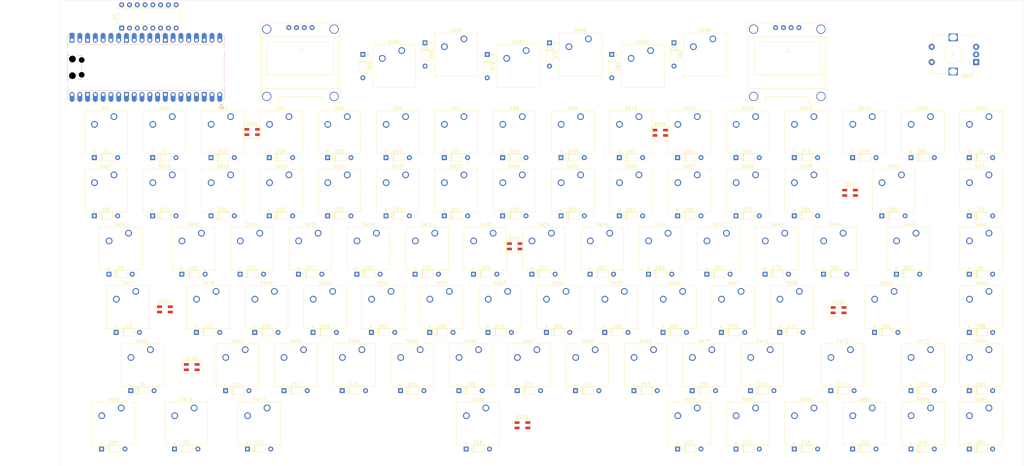
<source format=kicad_pcb>
(kicad_pcb (version 20241229) (generator "pcbnew") (generator_version "9.0")
  (layers (0 "F.Cu" signal) (2 "B.Cu" signal) (13 "F.Paste" user) (15 "B.Paste" user) (5 "F.SilkS" user "F.Silkscreen") (7 "B.SilkS" user "B.Silkscreen") (1 "F.Mask" user) (3 "B.Mask" user) (25 "Edge.Cuts" user))
  (net 0 "")
  (net 1 "Col12")
  (net 2 "Net-(A2-GPIO18)")
  (net 3 "Net-(A2-GPIO28_ADC2)")
  (net 4 "Col11")
  (net 5 "Col4")
  (net 6 "GND")
  (net 8 "Net-(A2-GPIO1)")
  (net 9 "Net-(A2-GPIO17)")
  (net 10 "Col15")
  (net 12 "Col7")
  (net 13 "Net-(A2-GPIO19)")
  (net 14 "Col10")
  (net 15 "Net-(A2-GPIO0)")
  (net 16 "Col16")
  (net 17 "Net-(A2-GPIO20)")
  (net 18 "Col5")
  (net 19 "Col6")
  (net 20 "+5V")
  (net 22 "Net-(A2-GPIO26_ADC0)")
  (net 23 "Col3")
  (net 24 "Net-(A2-GPIO22)")
  (net 26 "Net-(A2-3V3)")
  (net 27 "Net-(A2-GPIO2)")
  (net 28 "Col14")
  (net 29 "Net-(A2-GPIO8)")
  (net 30 "Col9")
  (net 32 "Col13")
  (net 33 "Net-(A2-GPIO27_ADC1)")
  (net 34 "Col8")
  (net 35 "Row1")
  (net 36 "Net-(D1-A)")
  (net 37 "Net-(D2-A)")
  (net 38 "Row2")
  (net 39 "Row3")
  (net 40 "Net-(D3-A)")
  (net 41 "Row4")
  (net 42 "Net-(D4-A)")
  (net 43 "Row5")
  (net 44 "Net-(D5-A)")
  (net 45 "Net-(D6-A)")
  (net 46 "Row6")
  (net 47 "Net-(D7-A)")
  (net 48 "Net-(D8-A)")
  (net 49 "Net-(D9-A)")
  (net 50 "Net-(D10-A)")
  (net 51 "Net-(D11-A)")
  (net 52 "Net-(D12-A)")
  (net 53 "Net-(D13-A)")
  (net 54 "Net-(D14-A)")
  (net 55 "Net-(D15-A)")
  (net 56 "Net-(D16-A)")
  (net 57 "Net-(D17-A)")
  (net 58 "Net-(D18-A)")
  (net 59 "Net-(D19-A)")
  (net 60 "Net-(D20-A)")
  (net 61 "Net-(D21-A)")
  (net 62 "Net-(D22-A)")
  (net 63 "Net-(D23-A)")
  (net 64 "Net-(D24-A)")
  (net 65 "Net-(D25-A)")
  (net 66 "Net-(D26-A)")
  (net 67 "Net-(D27-A)")
  (net 68 "Net-(D28-A)")
  (net 69 "Net-(D29-A)")
  (net 70 "Net-(D30-A)")
  (net 71 "Net-(D31-A)")
  (net 72 "Net-(D32-A)")
  (net 73 "Net-(D33-A)")
  (net 74 "Net-(D34-A)")
  (net 75 "Net-(D35-A)")
  (net 76 "Net-(D36-A)")
  (net 77 "Net-(D37-A)")
  (net 78 "Net-(D38-A)")
  (net 79 "Net-(D39-A)")
  (net 80 "Net-(D40-A)")
  (net 81 "Net-(D41-A)")
  (net 82 "Net-(D42-A)")
  (net 83 "Net-(D43-A)")
  (net 84 "Net-(D44-A)")
  (net 85 "Net-(D45-A)")
  (net 86 "Net-(D46-A)")
  (net 87 "Net-(D47-A)")
  (net 88 "Net-(D48-A)")
  (net 89 "Net-(D49-A)")
  (net 90 "Net-(D50-A)")
  (net 91 "Net-(D51-A)")
  (net 92 "Net-(D52-A)")
  (net 93 "Net-(D53-A)")
  (net 94 "Net-(D54-A)")
  (net 95 "Net-(D55-A)")
  (net 96 "Net-(D56-A)")
  (net 97 "Net-(D57-A)")
  (net 98 "Net-(D58-A)")
  (net 99 "Net-(D59-A)")
  (net 100 "Net-(D60-A)")
  (net 101 "Net-(D61-A)")
  (net 102 "Net-(D62-A)")
  (net 103 "Net-(D63-A)")
  (net 104 "Net-(D64-A)")
  (net 105 "Net-(D65-A)")
  (net 106 "Net-(D66-A)")
  (net 107 "Net-(D67-A)")
  (net 108 "Net-(D68-A)")
  (net 109 "Net-(D69-A)")
  (net 110 "Net-(D70-A)")
  (net 111 "Net-(D71-A)")
  (net 112 "Net-(D72-A)")
  (net 113 "Net-(D73-A)")
  (net 114 "Net-(D74-A)")
  (net 115 "Net-(D75-A)")
  (net 116 "Net-(D76-A)")
  (net 117 "Net-(D77-A)")
  (net 118 "Net-(D78-A)")
  (net 119 "Net-(D79-A)")
  (net 120 "Net-(D80-A)")
  (net 121 "Net-(D81-A)")
  (net 122 "Net-(D82-A)")
  (net 123 "Net-(D83-A)")
  (net 124 "Net-(D84-A)")
  (net 125 "Net-(D85-A)")
  (net 126 "Net-(D86-A)")
  (net 127 "Net-(D87-A)")
  (net 128 "Net-(D88-A)")
  (net 129 "Net-(D89-A)")
  (net 130 "Net-(D90-A)")
  (net 131 "Net-(D100-DOUT)")
  (net 133 "Net-(D100-DIN)")
  (net 134 "Net-(D101-DIN)")
  (net 135 "Net-(D102-DIN)")
  (net 136 "Net-(D103-DIN)")
  (net 137 "Net-(D104-DIN)")
  (net 138 "Net-(D105-DIN)")
  (net 139 "Col2")
  (net 140 "Col1")
  (footprint "Diode_THT:D_DO-35_SOD27_P7.62mm_Horizontal" (layer "F.Cu") (at 79.315 89.6)
    (property "Reference" "D21")
    (property "Value" "D")
  )
  (footprint "test:SW_Cherry_MX_1.00u_PCB" (layer "F.Cu") (at 261.9375 95.25)
    (property "Reference" "SW58")
    (property "Value" "SW_Push")
  )
  (footprint "Diode_THT:D_DO-35_SOD27_P7.62mm_Horizontal" (layer "F.Cu") (at 74.5525 127.7)
    (property "Reference" "D11")
    (property "Value" "D")
  )
  (footprint "test:SW_Cherry_MX_1.00u_PCB" (layer "F.Cu") (at 38.1 38.1)
    (property "Reference" "SW1")
    (property "Value" "SW_Push")
  )
  (footprint "Diode_THT:D_DO-35_SOD27_P7.62mm_Horizontal" (layer "F.Cu") (at 317.44 108.65)
    (property "Reference" "D88")
    (property "Value" "D")
  )
  (footprint "Diode_THT:D_DO-35_SOD27_P7.62mm_Horizontal" (layer "F.Cu") (at 107.89 70.55)
    (property "Reference" "D32")
    (property "Value" "D")
  )
  (footprint "test:SW_Cherry_MX_1.00u_PCB" (layer "F.Cu") (at 238.125 76.2)
    (property "Reference" "SW42")
    (property "Value" "SW_Push")
  )
  (footprint "test:SW_Cherry_MX_1.00u_PCB" (layer "F.Cu") (at 209.55 38.1)
    (property "Reference" "SW10")
    (property "Value" "SW_Push")
  )
  (footprint "test:SW_Cherry_MX_1.00u_PCB" (layer "F.Cu") (at 242.8875 95.25)
    (property "Reference" "SW57")
    (property "Value" "SW_Push")
  )
  (footprint "Diode_THT:D_DO-35_SOD27_P7.62mm_Horizontal" (layer "F.Cu") (at 36.4525 89.6)
    (property "Reference" "D9")
    (property "Value" "D")
  )
  (footprint "Diode_THT:D_DO-35_SOD27_P7.62mm_Horizontal" (layer "F.Cu") (at 50.74 51.5)
    (property "Reference" "D7")
    (property "Value" "D")
  )
  (footprint "Diode_THT:D_DO-35_SOD27_P7.62mm_Horizontal" (layer "F.Cu") (at 317.44 51.5)
    (property "Reference" "D2")
    (property "Value" "D")
  )
  (footprint "Diode_THT:D_DO-35_SOD27_P7.62mm_Horizontal" (layer "F.Cu") (at 174.565 89.6)
    (property "Reference" "D51")
    (property "Value" "D")
  )
  (footprint "test:SSD1306_0.96_Oled" (layer "F.Cu") (at 245 33.5)
    (property "Reference" "J1")
    (property "Value" "Conn_01x04_Pin")
  )
  (footprint "Diode_THT:D_DO-35_SOD27_P7.62mm_Horizontal" (layer "F.Cu") (at 131.7025 127.7)
    (property "Reference" "D29")
    (property "Value" "D")
  )
  (footprint "test:SW_Cherry_MX_1.00u_PCB" (layer "F.Cu") (at 95.25 57.15)
    (property "Reference" "SW20")
    (property "Value" "SW_Push")
  )
  (footprint "test:SW_Cherry_MX_1.00u_PCB" (layer "F.Cu") (at 223.8375 95.25)
    (property "Reference" "SW56")
    (property "Value" "SW_Push")
  )
  (footprint "Diode_THT:D_DO-35_SOD27_P7.62mm_Horizontal" (layer "F.Cu") (at 145.99 51.5)
    (property "Reference" "D37")
    (property "Value" "D")
  )
  (footprint "Diode_THT:D_DO-35_SOD27_P7.62mm_Horizontal" (layer "F.Cu") (at 241.24 70.55)
    (property "Reference" "D72")
    (property "Value" "D")
  )
  (footprint "Diode_THT:D_DO-35_SOD27_P7.62mm_Horizontal" (layer "F.Cu") (at 279.34 146.75)
    (property "Reference" "D42")
    (property "Value" "D")
  )
  (footprint "test:SW_Cherry_MX_1.00u_PCB" (layer "F.Cu") (at 171.45 38.1)
    (property "Reference" "SW8")
    (property "Value" "SW_Push")
  )
  (footprint "test:SW_Cherry_MX_1.00u_PCB" (layer "F.Cu") (at 285.75 38.1)
    (property "Reference" "SW14")
    (property "Value" "SW_Push")
  )
  (footprint "test:SW_Cherry_MX_1.00u_PCB" (layer "F.Cu") (at 142.875 76.2)
    (property "Reference" "SW37")
    (property "Value" "SW_Push")
  )
  (footprint "LED_SMD:LED_SK6812MINI_PLCC4_3.5x3.5mm_P1.75mm" (layer "F.Cu") (at 83.25 43.125)
    (property "Reference" "D101")
    (property "Value" "SK6812MINI")
  )
  (footprint "Diode_THT:D_DO-35_SOD27_P7.62mm_Horizontal" (layer "F.Cu") (at 241.24 146.75)
    (property "Reference" "D30")
    (property "Value" "D")
  )
  (footprint "Diode_THT:D_DO-35_SOD27_P7.62mm_Horizontal" (layer "F.Cu") (at 155.515 89.6)
    (property "Reference" "D45")
    (property "Value" "D")
  )
  (footprint "test:SW_Cherry_MX_1.00u_PCB" (layer "F.Cu") (at 50.00625 114.3)
    (property "Reference" "SW61")
    (property "Value" "SW_Push")
  )
  (footprint "test:SW_Cherry_MX_1.00u_PCB" (layer "F.Cu") (at 323.85 76.2)
    (property "Reference" "SW46")
    (property "Value" "SW_Push")
  )
  (footprint "Diode_THT:D_DO-35_SOD27_P7.62mm_Horizontal" (layer "F.Cu") (at 272.19625 127.7)
    (property "Reference" "D77")
    (property "Value" "D")
  )
  (footprint "Diode_THT:D_DO-35_SOD27_P7.62mm_Horizontal" (layer "F.Cu") (at 317.44 146.75)
    (property "Reference" "D54")
    (property "Value" "D")
  )
  (footprint "test:RotaryEncoder_Alps_EC12E-Switch_Vertical_H20mm" (layer "F.Cu") (at 319.67 20.28 180)
    (property "Reference" "SW97")
    (property "Value" "RotaryEncoder_Switch")
  )
  (footprint "test:SW_Cherry_MX_1.00u_PCB" (layer "F.Cu") (at 132.08 16.51)
    (property "Reference" "SW85")
    (property "Value" "SW_Push")
  )
  (footprint "Diode_THT:D_DO-35_SOD27_P7.62mm_Horizontal" (layer "F.Cu") (at 69.79 51.5)
    (property "Reference" "D13")
    (property "Value" "D")
  )
  (footprint "test:SW_Cherry_MX_1.00u_PCB" (layer "F.Cu") (at 166.6875 95.25)
    (property "Reference" "SW53")
    (property "Value" "SW_Push")
  )
  (footprint "test:SW_Cherry_MX_1.00u_PCB" (layer "F.Cu") (at 304.8 133.35)
    (property "Reference" "SW83")
    (property "Value" "SW_Push")
  )
  (footprint "Diode_THT:D_DO-35_SOD27_P7.62mm_Horizontal" (layer "F.Cu") (at 126.94 70.55)
    (property "Reference" "D38")
    (property "Value" "D")
  )
  (footprint "Diode_THT:D_DO-35_SOD27_P7.62mm_Horizontal" (layer "F.Cu") (at 222.19 146.75)
    (property "Reference" "D24")
    (property "Value" "D")
  )
  (footprint "Diode_THT:D_DO-35_SOD27_P7.62mm_Horizontal" (layer "F.Cu") (at 31.69 51.5)
    (property "Reference" "D1")
    (property "Value" "D")
  )
  (footprint "Diode_THT:D_DO-35_SOD27_P7.62mm_Horizontal" (layer "F.Cu") (at 203.14 70.55)
    (property "Reference" "D62")
    (property "Value" "D")
  )
  (footprint "Diode_THT:D_DO-35_SOD27_P7.62mm_Horizontal" (layer "F.Cu") (at 207.9025 127.7)
    (property "Reference" "D53")
    (property "Value" "D")
  )
  (footprint "test:SW_Cherry_MX_1.00u_PCB" (layer "F.Cu") (at 266.7 57.15)
    (property "Reference" "SW29")
    (property "Value" "SW_Push")
  )
  (footprint "test:SW_Cherry_MX_1.00u_PCB" (layer "F.Cu") (at 114.3 38.1)
    (property "Reference" "SW5")
    (property "Value" "SW_Push")
  )
  (footprint "Diode_THT:D_DO-35_SOD27_P7.62mm_Horizontal" (layer "F.Cu") (at 260.29 70.55)
    (property "Reference" "D80")
    (property "Value" "D")
  )
  (footprint "test:SW_Cherry_MX_1.00u_PCB" (layer "F.Cu") (at 214.3125 114.3)
    (property "Reference" "SW69")
    (property "Value" "SW_Push")
  )
  (footprint "test:SW_Cherry_MX_1.00u_PCB" (layer "F.Cu") (at 45.24375 95.25)
    (property "Reference" "SW47")
    (property "Value" "SW_Push")
  )
  (footprint "Diode_THT:D_DO-35_SOD27_P7.62mm_Horizontal" (layer "F.Cu") (at 184.09 51.5)
    (property "Reference" "D49")
    (property "Value" "D")
  )
  (footprint "Diode_THT:D_DO-35_SOD27_P7.62mm_Horizontal" (layer "F.Cu") (at 165.04 70.55)
    (property "Reference" "D50")
    (property "Value" "D")
  )
  (footprint "Diode_THT:D_DO-35_SOD27_P7.62mm_Horizontal" (layer "F.Cu") (at 286.48375 108.65)
    (property "Reference" "D82")
    (property "Value" "D")
  )
  (footprint "test:SW_Cherry_MX_1.00u_PCB" (layer "F.Cu") (at 228.6 133.35)
    (property "Reference" "SW79")
    (property "Value" "SW_Push")
  )
  (footprint "Diode_THT:D_DO-35_SOD27_P7.62mm_Horizontal" (layer "F.Cu") (at 98.365 89.6)
    (property "Reference" "D27")
    (property "Value" "D")
  )
  (footprint "Diode_THT:D_DO-35_SOD27_P7.62mm_Horizontal" (layer "F.Cu") (at 260.29 51.5)
    (property "Reference" "D71")
    (property "Value" "D")
  )
  (footprint "Diode_THT:D_DO-35_SOD27_P7.62mm_Horizontal" (layer "F.Cu") (at 88.84 70.55)
    (property "Reference" "D26")
    (property "Value" "D")
  )
  (footprint "Diode_THT:D_DO-35_SOD27_P7.62mm_Horizontal" (layer "F.Cu") (at 145.99 70.55)
    (property "Reference" "D44")
    (property "Value" "D")
  )
  (footprint "test:SW_Cherry_MX_1.00u_PCB" (layer "F.Cu") (at 88.10625 133.35)
    (property "Reference" "SW77")
    (property "Value" "SW_Push")
  )
  (footprint "Diode_THT:D_DO-35_SOD27_P7.62mm_Horizontal" (layer "F.Cu") (at 153.13375 146.75)
    (property "Reference" "D18")
    (property "Value" "D")
  )
  (footprint "test:SW_Cherry_MX_1.00u_PCB" (layer "F.Cu") (at 323.85 57.15)
    (property "Reference" "SW31")
    (property "Value" "SW_Push")
  )
  (footprint "test:SW_Cherry_MX_1.00u_PCB" (layer "F.Cu") (at 247.65 133.35)
    (property "Reference" "SW80")
    (property "Value" "SW_Push")
  )
  (footprint "test:SW_Cherry_MX_1.00u_PCB" (layer "F.Cu") (at 195.2625 114.3)
    (property "Reference" "SW68")
    (property "Value" "SW_Push")
  )
  (footprint "Diode_THT:D_DO-35_SOD27_P7.62mm_Horizontal" (layer "F.Cu") (at 246.0025 127.7)
    (property "Reference" "D65")
    (property "Value" "D")
  )
  (footprint "test:SW_Cherry_MX_1.00u_PCB" (layer "F.Cu") (at 213.36 16.51)
    (property "Reference" "SW89")
    (property "Value" "SW_Push")
  )
  (footprint "test:SW_Cherry_MX_1.00u_PCB" (layer "F.Cu") (at 323.85 38.1)
    (property "Reference" "SW16")
    (property "Value" "SW_Push")
  )
  (footprint "test:SW_Cherry_MX_1.00u_PCB" (layer "F.Cu") (at 304.8 38.1)
    (property "Reference" "SW15")
    (property "Value" "SW_Push")
  )
  (footprint "Diode_THT:D_DO-35_SOD27_P7.62mm_Horizontal" (layer "F.Cu") (at 279.34 51.5)
    (property "Reference" "D79")
    (property "Value" "D")
  )
  (footprint "LED_SMD:LED_SK6812MINI_PLCC4_3.5x3.5mm_P1.75mm" (layer "F.Cu") (at 169 80.5)
    (property "Reference" "D104")
    (property "Value" "SK6812MINI")
  )
  (footprint "test:SW_Cherry_MX_1.00u_PCB" (layer "F.Cu") (at 304.8 114.3)
    (property "Reference" "SW73")
    (property "Value" "SW_Push")
  )
  (footprint "test:SW_Cherry_MX_1.00u_PCB" (layer "F.Cu") (at 300.0375 76.2)
    (property "Reference" "SW45")
    (property "Value" "SW_Push")
  )
  (footprint "test:SSD1306_0.96_Oled" (layer "F.Cu") (at 86 33.5)
    (property "Reference" "J2")
    (property "Value" "Conn_01x04_Pin")
  )
  (footprint "Diode_THT:D_DO-35_SOD27_P7.62mm_Horizontal" (layer "F.Cu") (at 31.69 70.55)
    (property "Reference" "D8")
    (property "Value" "D")
  )
  (footprint "LED_SMD:LED_SK6812MINI_PLCC4_3.5x3.5mm_P1.75mm" (layer "F.Cu") (at 171.5 139)
    (property "Reference" "D105")
    (property "Value" "SK6812MINI")
  )
  (footprint "Diode_THT:D_DO-35_SOD27_P7.62mm_Horizontal" (layer "F.Cu") (at 269.815 89.6)
    (property "Reference" "D81")
    (property "Value" "D")
  )
  (footprint "Diode_THT:D_DO-35_SOD27_P7.62mm_Horizontal" (layer "F.Cu") (at 169.8025 127.7)
    (property "Reference" "D41")
    (property "Value" "D")
  )
  (footprint "test:SW_Cherry_MX_1.00u_PCB" (layer "F.Cu") (at 200.025 76.2)
    (property "Reference" "SW40")
    (property "Value" "SW_Push")
  )
  (footprint "test:SW_Cherry_MX_1.00u_PCB" (layer "F.Cu") (at 152.4 12.7)
    (property "Reference" "SW86")
    (property "Value" "SW_Push")
  )
  (footprint "Diode_THT:D_DO-35_SOD27_P7.62mm_Horizontal" (layer "F.Cu") (at 81.69625 146.75)
    (property "Reference" "D12")
    (property "Value" "D")
  )
  (footprint "test:SW_Cherry_MX_1.00u_PCB" (layer "F.Cu") (at 257.175 76.2)
    (property "Reference" "SW43")
    (property "Value" "SW_Push")
  )
  (footprint "test:SW_Cherry_MX_1.00u_PCB" (layer "F.Cu") (at 109.5375 95.25)
    (property "Reference" "SW50")
    (property "Value" "SW_Push")
  )
  (footprint "Diode_THT:D_DO-35_SOD27_P7.62mm_Horizontal" (layer "F.Cu") (at 150.7525 127.7)
    (property "Reference" "D35")
    (property "Value" "D")
  )
  (footprint "Diode_THT:D_DO-35_SOD27_P7.62mm_Horizontal" (layer "F.Cu") (at 298.39 146.75)
    (property "Reference" "D48")
    (property "Value" "D")
  )
  (footprint "Diode_THT:D_DO-35_SOD27_P7.62mm_Horizontal" (layer "F.Cu") (at 180.34 13.97 -90)
    (property "Reference" "D76")
    (property "Value" "D")
  )
  (footprint "test:SW_Cherry_MX_1.00u_PCB" (layer "F.Cu") (at 193.04 12.7)
    (property "Reference" "SW88")
    (property "Value" "SW_Push")
  )
  (footprint "test:SW_Cherry_MX_1.00u_PCB" (layer "F.Cu") (at 278.60625 114.3)
    (property "Reference" "SW72")
    (property "Value" "SW_Push")
  )
  (footprint "test:SW_Cherry_MX_1.00u_PCB" (layer "F.Cu") (at 233.3625 114.3)
    (property "Reference" "SW70")
    (property "Value" "SW_Push")
  )
  (footprint "Diode_THT:D_DO-35_SOD27_P7.62mm_Horizontal" (layer "F.Cu") (at 107.89 51.5)
    (property "Reference" "D25")
    (property "Value" "D")
  )
  (footprint "test:SW_Cherry_MX_1.00u_PCB" (layer "F.Cu") (at 152.4 57.15)
    (property "Reference" "SW23")
    (property "Value" "SW_Push")
  )
  (footprint "test:SW_Cherry_MX_1.00u_PCB" (layer "F.Cu") (at 133.35 38.1)
    (property "Reference" "SW6")
    (property "Value" "SW_Push")
  )
  (footprint "test:SW_Cherry_MX_1.00u_PCB" (layer "F.Cu") (at 76.2 38.1)
    (property "Reference" "SW3")
    (property "Value" "SW_Push")
  )
  (footprint "test:SW_Cherry_MX_1.00u_PCB" (layer "F.Cu") (at 40.48125 133.35)
    (property "Reference" "SW75")
    (property "Value" "SW_Push")
  )
  (footprint "test:SW_Cherry_MX_1.00u_PCB" (layer "F.Cu") (at 209.55 57.15)
    (property "Reference" "SW26")
    (property "Value" "SW_Push")
  )
  (footprint "test:SW_Cherry_MX_1.00u_PCB" (layer "F.Cu") (at 176.2125 114.3)
    (property "Reference" "SW67")
    (property "Value" "SW_Push")
  )
  (footprint "test:SW_Cherry_MX_1.00u_PCB" (layer "F.Cu") (at 204.7875 95.25)
    (property "Reference" "SW55")
    (property "Value" "SW_Push")
  )
  (footprint "test:SW_Cherry_MX_1.00u_PCB" (layer "F.Cu") (at 292.89375 95.25)
    (property "Reference" "SW59")
    (property "Value" "SW_Push")
  )
  (footprint "Diode_THT:D_DO-35_SOD27_P7.62mm_Horizontal" (layer "F.Cu") (at 317.44 89.6)
    (property "Reference" "D4")
    (property "Value" "D")
  )
  (footprint "Diode_THT:D_DO-35_SOD27_P7.62mm_Horizontal" (layer "F.Cu") (at 160.2775 108.65)
    (property "Reference" "D46")
    (property "Value" "D")
  )
  (footprint "test:SW_Cherry_MX_1.00u_PCB" (layer "F.Cu") (at 266.7 133.35)
    (property "Reference" "SW81")
    (property "Value" "SW_Push")
  )
  (footprint "Diode_THT:D_DO-35_SOD27_P7.62mm_Horizontal" (layer "F.Cu") (at 117.415 89.6)
    (property "Reference" "D33")
    (property "Value" "D")
  )
  (footprint "Diode_THT:D_DO-35_SOD27_P7.62mm_Horizontal" (layer "F.Cu") (at 188.8525 127.7)
    (property "Reference" "D47")
    (property "Value" "D")
  )
  (footprint "test:SW_Cherry_MX_1.00u_PCB" (layer "F.Cu") (at 66.675 76.2)
    (property "Reference" "SW33")
    (property "Value" "SW_Push")
  )
  (footprint "test:SW_Cherry_MX_1.00u_PCB" (layer "F.Cu") (at 64.29375 133.35)
    (property "Reference" "SW76")
    (property "Value" "SW_Push")
  )
  (footprint "Diode_THT:D_DO-35_SOD27_P7.62mm_Horizontal" (layer "F.Cu") (at 103.1275 108.65)
    (property "Reference" "D28")
    (property "Value" "D")
  )
  (footprint "Diode_THT:D_DO-35_SOD27_P7.62mm_Horizontal" (layer "F.Cu") (at 93.6025 127.7)
    (property "Reference" "D17")
    (property "Value" "D")
  )
  (footprint "Diode_THT:D_DO-35_SOD27_P7.62mm_Horizontal" (layer "F.Cu") (at 293.6275 89.6)
    (property "Reference" "D87")
    (property "Value" "D")
  )
  (footprint "Diode_THT:D_DO-35_SOD27_P7.62mm_Horizontal" (layer "F.Cu") (at 317.44 127.7)
    (property "Reference" "D83")
    (property "Value" "D")
  )
  (footprint "test:SW_Cherry_MX_1.00u_PCB" (layer "F.Cu") (at 85.725 76.2)
    (property "Reference" "SW34")
    (property "Value" "SW_Push")
  )
  (footprint "Diode_THT:D_DO-35_SOD27_P7.62mm_Horizontal" (layer "F.Cu") (at 84.0775 108.65)
    (property "Reference" "D22")
    (property "Value" "D")
  )
  (footprint "Diode_THT:D_DO-35_SOD27_P7.62mm_Horizontal" (layer "F.Cu") (at 69.79 70.55)
    (property "Reference" "D20")
    (property "Value" "D")
  )
  (footprint "Diode_THT:D_DO-35_SOD27_P7.62mm_Horizontal" (layer "F.Cu") (at 203.14 51.5)
    (property "Reference" "D55")
    (property "Value" "D")
  )
  (footprint "Diode_THT:D_DO-35_SOD27_P7.62mm_Horizontal" (layer "F.Cu") (at 136.465 89.6)
    (property "Reference" "D39")
    (property "Value" "D")
  )
  (footprint "test:SW_Cherry_MX_1.00u_PCB" (layer "F.Cu") (at 252.4125 114.3)
    (property "Reference" "SW71")
    (property "Value" "SW_Push")
  )
  (footprint "test:SW_Cherry_MX_1.00u_PCB" (layer "F.Cu") (at 247.65 57.15)
    (property "Reference" "SW28")
    (property "Value" "SW_Push")
  )
  (footprint "test:SW_Cherry_MX_1.00u_PCB" (layer "F.Cu") (at 233.68 12.7)
    (property "Reference" "SW90")
    (property "Value" "SW_Push")
  )
  (footprint "Diode_THT:D_DO-35_SOD27_P7.62mm_Horizontal" (layer "F.Cu") (at 241.24 51.5)
    (property "Reference" "D67")
    (property "Value" "D")
  )
  (footprint "test:SW_Cherry_MX_1.00u_PCB" (layer "F.Cu") (at 247.65 38.1)
    (property "Reference" "SW12")
    (property "Value" "SW_Push")
  )
  (footprint "test:SW_Cherry_MX_1.00u_PCB" (layer "F.Cu") (at 219.075 76.2)
    (property "Reference" "SW41")
    (property "Value" "SW_Push")
  )
  (footprint "test:SW_Cherry_MX_1.00u_PCB" (layer "F.Cu") (at 57.15 38.1)
    (property "Reference" "SW2")
    (property "Value" "SW_Push")
  )
  (footprint "test:SW_Cherry_MX_1.00u_PCB" (layer "F.Cu") (at 157.1625 114.3)
    (property "Reference" "SW66")
    (property "Value" "SW_Push")
  )
  (footprint "LED_SMD:LED_SK6812MINI_PLCC4_3.5x3.5mm_P1.75mm" (layer "F.Cu") (at 63.5 120)
    (property "Reference" "D103")
    (property "Value" "SK6812MINI")
  )
  (footprint "Diode_THT:D_DO-35_SOD27_P7.62mm_Horizontal" (layer "F.Cu") (at 34.07125 146.75)
    (property "Reference" "D89")
    (property "Value" "D")
  )
  (footprint "test:SW_Cherry_MX_1.00u_PCB" (layer "F.Cu") (at 95.25 38.1)
    (property "Reference" "SW4")
    (property "Value" "SW_Push")
  )
  (footprint "Diode_THT:D_DO-35_SOD27_P7.62mm_Horizontal" (layer "F.Cu") (at 38.83375 108.65)
    (property "Reference" "D10")
    (property "Value" "D")
  )
  (footprint "Diode_THT:D_DO-35_SOD27_P7.62mm_Horizontal" (layer "F.Cu") (at 160.02 17.78 -90)
    (property "Reference" "D78")
    (property "Value" "D")
  )
  (footprint "Diode_THT:D_DO-35_SOD27_P7.62mm_Horizontal" (layer "F.Cu") (at 288.865 70.55)
    (property "Reference" "D86")
    (property "Value" "D")
  )
  (footprint "Diode_THT:D_DO-35_SOD27_P7.62mm_Horizontal" (layer "F.Cu") (at 139.7 13.97 -90)
    (property "Reference" "D66")
    (property "Value" "D")
  )
  (footprint "Diode_THT:D_DO-35_SOD27_P7.62mm_Horizontal" (layer "F.Cu") (at 193.615 89.6)
    (property "Reference" "D57")
    (property "Value" "D")
  )
  (footprint "test:SW_Cherry_MX_1.00u_PCB" (layer "F.Cu") (at 114.3 57.15)
    (property "Reference" "SW21")
    (property "Value" "SW_Push")
  )
  (footprint "test:SW_Cherry_MX_1.00u_PCB" (layer "F.Cu") (at 57.15 57.15)
    (property "Reference" "SW18")
    (property "Value" "SW_Push")
  )
  (footprint "test:SW_Cherry_MX_1.00u_PCB" (layer "F.Cu") (at 128.5875 95.25)
    (property "Reference" "SW51")
    (property "Value" "SW_Push")
  )
  (footprint "test:SW_Cherry_MX_1.00u_PCB" (layer "F.Cu") (at 172.72 16.51)
    (property "Reference" "SW87")
    (property "Value" "SW_Push")
  )
  (footprint "test:SW_Cherry_MX_1.00u_PCB" (layer "F.Cu") (at 171.45 57.15)
    (property "Reference" "SW24")
    (property "Value" "SW_Push")
  )
  (footprint "Diode_THT:D_DO-35_SOD27_P7.62mm_Horizontal" (layer "F.Cu") (at 200.66 17.78 -90)
    (property "Reference" "D84")
    (property "Value" "D")
  )
  (footprint "LED_SMD:LED_SK6812MINI_PLCC4_3.5x3.5mm_P1.75mm" (layer "F.Cu") (at 54.75 101.125)
    (property "Reference" "D102")
    (property "Value" "SK6812MINI")
  )
  (footprint "Diode_THT:D_DO-35_SOD27_P7.62mm_Horizontal" (layer "F.Cu") (at 260.29 146.75)
    (property "Reference" "D36")
    (property "Value" "D")
  )
  (footprint "test:SW_Cherry_MX_1.00u_PCB" (layer "F.Cu") (at 159.54375 133.35)
    (property "Reference" "SW78")
    (property "Value" "SW_Push")
  )
  (footprint "test:SW_Cherry_MX_1.00u_PCB" (layer "F.Cu") (at 190.5 57.15)
    (property "Reference" "SW25")
    (property "Value" "SW_Push")
  )
  (footprint "test:SW_Cherry_MX_1.00u_PCB" (layer "F.Cu") (at 90.4875 95.25)
    (property "Reference" "SW49")
    (property "Value" "SW_Push")
  )
  (footprint "test:SW_Cherry_MX_1.00u_PCB" (layer "F.Cu") (at 161.925 76.2)
    (property "Reference" "SW38")
    (property "Value" "SW_Push")
  )
  (footprint "Diode_THT:D_DO-35_SOD27_P7.62mm_Horizontal" (layer "F.Cu") (at 298.39 51.5)
    (property "Reference" "D85")
    (property "Value" "D")
  )
  (footprint "test:SW_Cherry_MX_1.00u_PCB" (layer "F.Cu") (at 38.1 57.15)
    (property "Reference" "SW17")
    (property "Value" "SW_Push")
  )
  (footprint "LED_SMD:LED_SK6812MINI_PLCC4_3.5x3.5mm_P1.75mm" (layer "F.Cu") (at 274.75 101.375)
    (property "Reference" "D106")
    (property "Value" "SK6812MINI")
  )
  (footprint "Diode_THT:D_DO-35_SOD27_P7.62mm_Horizontal" (layer "F.Cu") (at 122.1775 108.65)
    (property "Reference" "D34")
    (property "Value" "D")
  )
  (footprint "test:SW_Cherry_MX_1.00u_PCB" (layer "F.Cu") (at 295.275 57.15)
    (property "Reference" "SW30")
    (property "Value" "SW_Push")
  )
  (footprint "Diode_THT:D_DO-35_SOD27_P7.62mm_Horizontal" (layer "F.Cu") (at 60.265 89.6)
    (property "Reference" "D15")
    (property "Value" "D")
  )
  (footprint "Diode_THT:D_DO-35_SOD27_P7.62mm_Horizontal" (layer "F.Cu") (at 119.38 17.78 -90)
    (property "Reference" "D60")
    (property "Value" "D")
  )
  (footprint "Diode_THT:D_DO-35_SOD27_P7.62mm_Horizontal" (layer "F.Cu") (at 126.94 51.5)
    (property "Reference" "D31")
    (property "Value" "D")
  )
  (footprint "test:SW_Cherry_MX_1.00u_PCB" (layer "F.Cu") (at 100.0125 114.3)
    (property "Reference" "SW63")
    (property "Value" "SW_Push")
  )
  (footprint "Diode_THT:D_DO-35_SOD27_P7.62mm_Horizontal" (layer "F.Cu") (at 226.9525 127.7)
    (property "Reference" "D59")
    (property "Value" "D")
  )
  (footprint "test:SW_Cherry_MX_1.00u_PCB" (layer "F.Cu") (at 323.85 114.3)
    (property "Reference" "SW74")
    (property "Value" "SW_Push")
  )
  (footprint "test:SW_Cherry_MX_1.00u_PCB" (layer "F.Cu") (at 119.0625 114.3)
    (property "Reference" "SW64")
    (property "Value" "SW_Push")
  )
  (footprint "test:SW_Cherry_MX_1.00u_PCB" (layer "F.Cu") (at 147.6375 95.25)
    (property "Reference" "SW52")
    (property "Value" "SW_Push")
  )
  (footprint "test:SW_Cherry_MX_1.00u_PCB" (layer "F.Cu") (at 138.1125 114.3)
    (property "Reference" "SW65")
    (property "Value" "SW_Push")
  )
  (footprint "test:SW_Cherry_MX_1.00u_PCB" (layer "F.Cu") (at 323.85 95.25)
    (property "Reference" "SW60")
    (property "Value" "SW_Push")
  )
  (footprint "test:SW_Cherry_MX_1.00u_PCB" (layer "F.Cu") (at 190.5 38.1)
    (property "Reference" "SW9")
    (property "Value" "SW_Push")
  )
  (footprint "LED_SMD:LED_SK6812MINI_PLCC4_3.5x3.5mm_P1.75mm" (layer "F.Cu") (at 216.5 43.375)
    (property "Reference" "D100")
    (property "Value" "SK6812MINI")
  )
  (footprint "test:SW_Cherry_MX_1.00u_PCB" (layer "F.Cu") (at 323.85 133.35)
    (property "Reference" "SW84")
    (property "Value" "SW_Push")
  )
  (footprint "Diode_THT:D_DO-35_SOD27_P7.62mm_Horizontal" (layer "F.Cu") (at 236.4775 108.65)
    (property "Reference" "D70")
    (property "Value" "D")
  )
  (footprint "Diode_THT:D_DO-35_SOD27_P7.62mm_Horizontal" (layer "F.Cu") (at 65.0275 108.65)
    (property "Reference" "D16")
    (property "Value" "D")
  )
  (footprint "Diode_THT:D_DO-35_SOD27_P7.62mm_Horizontal" (layer "F.Cu") (at 43.59625 127.7)
    (property "Reference" "D5")
    (property "Value" "D")
  )
  (footprint "test:SW_Cherry_MX_1.00u_PCB" (layer "F.Cu") (at 185.7375 95.25)
    (property "Reference" "SW54")
    (property "Value" "SW_Push")
  )
  (footprint "Package_DIP:DIP-16_W7.62mm" (layer "F.Cu") (at 40.64 9.165 90)
    (property "Reference" "U1")
    (property "Value" "74HC165")
  )
  (footprint "test:SW_Cherry_MX_1.00u_PCB" (layer "F.Cu") (at 276.225 76.2)
    (property "Reference" "SW44")
    (property "Value" "SW_Push")
  )
  (footprint "test:SW_Cherry_MX_1.00u_PCB" (layer "F.Cu") (at 123.825 76.2)
    (property "Reference" "SW36")
    (property "Value" "SW_Push")
  )
  (footprint "Diode_THT:D_DO-35_SOD27_P7.62mm_Horizontal" (layer "F.Cu") (at 298.39 127.7)
    (property "Reference" "D75")
    (property "Value" "D")
  )
  (footprint "Diode_THT:D_DO-35_SOD27_P7.62mm_Horizontal" (layer "F.Cu") (at 165.04 51.5)
    (property "Reference" "D43")
    (property "Value" "D")
  )
  (footprint "Diode_THT:D_DO-35_SOD27_P7.62mm_Horizontal" (layer "F.Cu") (at 217.4275 108.65)
    (property "Reference" "D64")
    (property "Value" "D")
  )
  (footprint "Diode_THT:D_DO-35_SOD27_P7.62mm_Horizontal" (layer "F.Cu") (at 198.3775 108.65)
    (property "Reference" "D58")
    (property "Value" "D")
  )
  (footprint "LED_SMD:LED_SK6812MINI_PLCC4_3.5x3.5mm_P1.75mm" (layer "F.Cu") (at 278.5 63)
    (property "Reference" "D97")
    (property "Value" "SK6812MINI")
  )
  (footprint "Diode_THT:D_DO-35_SOD27_P7.62mm_Horizontal" (layer "F.Cu") (at 220.98 13.97 -90)
    (property "Reference" "D90")
    (property "Value" "D")
  )
  (footprint "test:SW_Cherry_MX_1.00u_PCB" (layer "F.Cu") (at 285.75 133.35)
    (property "Reference" "SW82")
    (property "Value" "SW_Push")
  )
  (footprint "Diode_THT:D_DO-35_SOD27_P7.62mm_Horizontal" (layer "F.Cu") (at 179.3275 108.65)
    (property "Reference" "D52")
    (property "Value" "D")
  )
  (footprint "test:SW_Cherry_MX_1.00u_PCB" (layer "F.Cu") (at 80.9625 114.3)
    (property "Reference" "SW62")
    (property "Value" "SW_Push")
  )
  (footprint "Diode_THT:D_DO-35_SOD27_P7.62mm_Horizontal" (layer "F.Cu") (at 212.665 89.6)
    (property "Reference" "D63")
    (property "Value" "D")
  )
  (footprint "Diode_THT:D_DO-35_SOD27_P7.62mm_Horizontal" (layer "F.Cu") (at 231.715 89.6)
    (property "Reference" "D69")
    (property "Value" "D")
  )
  (footprint "Diode_THT:D_DO-35_SOD27_P7.62mm_Horizontal" (layer "F.Cu") (at 255.5275 108.65)
    (property "Reference" "D74")
    (property "Value" "D")
  )
  (footprint "Diode_THT:D_DO-35_SOD27_P7.62mm_Horizontal" (layer "F.Cu") (at 50.74 70.55)
    (property "Reference" "D14")
    (property "Value" "D")
  )
  (footprint "test:SW_Cherry_MX_1.00u_PCB" (layer "F.Cu") (at 104.775 76.2)
    (property "Reference" "SW35")
    (property "Value" "SW_Push")
  )
  (footprint "Diode_THT:D_DO-35_SOD27_P7.62mm_Horizontal" (layer "F.Cu") (at 88.84 51.5)
    (property "Reference" "D19")
    (property "Value" "D")
  )
  (footprint "Diode_THT:D_DO-35_SOD27_P7.62mm_Horizontal" (layer "F.Cu") (at 250.765 89.6)
    (property "Reference" "D73")
    (property "Value" "D")
  )
  (footprint "Diode_THT:D_DO-35_SOD27_P7.62mm_Horizontal" (layer "F.Cu") (at 184.09 70.55)
    (property "Reference" "D56")
    (property "Value" "D")
  )
  (footprint "Diode_THT:D_DO-35_SOD27_P7.62mm_Horizontal" (layer "F.Cu") (at 222.19 51.5)
    (property "Reference" "D61")
    (property "Value" "D")
  )
  (footprint "Diode_THT:D_DO-35_SOD27_P7.62mm_Horizontal" (layer "F.Cu") (at 57.88375 146.75)
    (property "Reference" "D6")
    (property "Value" "D")
  )
  (footprint "test:SW_Cherry_MX_1.00u_PCB" (layer "F.Cu") (at 228.6 57.15)
    (property "Reference" "SW27")
    (property "Value" "SW_Push")
  )
  (footprint "Diode_THT:D_DO-35_SOD27_P7.62mm_Horizontal" (layer "F.Cu") (at 317.44 70.55)
    (property "Reference" "D3")
    (property "Value" "D")
  )
  (footprint "test:SW_Cherry_MX_1.00u_PCB" (layer "F.Cu") (at 76.2 57.15)
    (property "Reference" "SW19")
    (property "Value" "SW_Push")
  )
  (footprint "test:SW_Cherry_MX_1.00u_PCB" (layer "F.Cu") (at 152.4 38.1)
    (property "Reference" "SW7")
    (property "Value" "SW_Push")
  )
  (footprint "test:SW_Cherry_MX_1.00u_PCB" (layer "F.Cu") (at 71.4375 95.25)
    (property "Reference" "SW48")
    (property "Value" "SW_Push")
  )
  (footprint "Diode_THT:D_DO-35_SOD27_P7.62mm_Horizontal" (layer "F.Cu") (at 112.6525 127.7)
    (property "Reference" "D23")
    (property "Value" "D")
  )
  (footprint "test:SW_Cherry_MX_1.00u_PCB" (layer "F.Cu") (at 228.6 38.1)
    (property "Reference" "SW11")
    (property "Value" "SW_Push")
  )
  (footprint "test:SW_Cherry_MX_1.00u_PCB" (layer "F.Cu") (at 266.7 38.1)
    (property "Reference" "SW13")
    (property "Value" "SW_Push")
  )
  (footprint "Diode_THT:D_DO-35_SOD27_P7.62mm_Horizontal" (layer "F.Cu") (at 222.19 70.55)
    (property "Reference" "D68")
    (property "Value" "D")
  )
  (footprint "Diode_THT:D_DO-35_SOD27_P7.62mm_Horizontal" (layer "F.Cu") (at 141.2275 108.65)
    (property "Reference" "D40")
    (property "Value" "D")
  )
  (footprint "test:SW_Cherry_MX_1.00u_PCB" (layer "F.Cu") (at 180.975 76.2)
    (property "Reference" "SW39")
    (property "Value" "SW_Push")
  )
  (footprint "test:SW_Cherry_MX_1.00u_PCB" (layer "F.Cu") (at 42.8625 76.2)
    (property "Reference" "SW32")
    (property "Value" "SW_Push")
  )
  (footprint "test:SW_Cherry_MX_1.00u_PCB" (layer "F.Cu") (at 133.35 57.15)
    (property "Reference" "SW22")
    (property "Value" "SW_Push")
  )
  (footprint "test:RaspberryPi_Pico_Common_Unspecified" (layer "B.Cu") (at 48.5375 22 -90)
    (property "Reference" "A2")
    (property "Value" "RaspberryPi_Pico")
  )
  (gr_rect (start 20.32 0) (end 335.28 152.4) (stroke (width 0.05)) (fill no) (layer "Edge.Cuts"))
)
</source>
